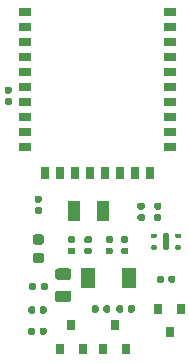
<source format=gbr>
G04 #@! TF.GenerationSoftware,KiCad,Pcbnew,(5.1.10)-1*
G04 #@! TF.CreationDate,2021-05-27T11:01:41+03:00*
G04 #@! TF.ProjectId,parasite,70617261-7369-4746-952e-6b696361645f,1.0.0*
G04 #@! TF.SameCoordinates,Original*
G04 #@! TF.FileFunction,Paste,Top*
G04 #@! TF.FilePolarity,Positive*
%FSLAX46Y46*%
G04 Gerber Fmt 4.6, Leading zero omitted, Abs format (unit mm)*
G04 Created by KiCad (PCBNEW (5.1.10)-1) date 2021-05-27 11:01:41*
%MOMM*%
%LPD*%
G01*
G04 APERTURE LIST*
%ADD10R,1.000000X0.650000*%
%ADD11R,0.650000X1.000000*%
%ADD12R,1.000000X1.800000*%
%ADD13R,0.800000X0.900000*%
%ADD14R,1.300000X1.700000*%
G04 APERTURE END LIST*
G36*
G01*
X59277500Y-38455000D02*
X59622500Y-38455000D01*
G75*
G02*
X59770000Y-38602500I0J-147500D01*
G01*
X59770000Y-38897500D01*
G75*
G02*
X59622500Y-39045000I-147500J0D01*
G01*
X59277500Y-39045000D01*
G75*
G02*
X59130000Y-38897500I0J147500D01*
G01*
X59130000Y-38602500D01*
G75*
G02*
X59277500Y-38455000I147500J0D01*
G01*
G37*
G36*
G01*
X59277500Y-37485000D02*
X59622500Y-37485000D01*
G75*
G02*
X59770000Y-37632500I0J-147500D01*
G01*
X59770000Y-37927500D01*
G75*
G02*
X59622500Y-38075000I-147500J0D01*
G01*
X59277500Y-38075000D01*
G75*
G02*
X59130000Y-37927500I0J147500D01*
G01*
X59130000Y-37632500D01*
G75*
G02*
X59277500Y-37485000I147500J0D01*
G01*
G37*
G36*
G01*
X73050000Y-50025000D02*
X73050000Y-51175000D01*
G75*
G02*
X72925000Y-51300000I-125000J0D01*
G01*
X72675000Y-51300000D01*
G75*
G02*
X72550000Y-51175000I0J125000D01*
G01*
X72550000Y-50025000D01*
G75*
G02*
X72675000Y-49900000I125000J0D01*
G01*
X72925000Y-49900000D01*
G75*
G02*
X73050000Y-50025000I0J-125000D01*
G01*
G37*
G36*
G01*
X71500000Y-51187500D02*
X71500000Y-51012500D01*
G75*
G02*
X71587500Y-50925000I87500J0D01*
G01*
X71962500Y-50925000D01*
G75*
G02*
X72050000Y-51012500I0J-87500D01*
G01*
X72050000Y-51187500D01*
G75*
G02*
X71962500Y-51275000I-87500J0D01*
G01*
X71587500Y-51275000D01*
G75*
G02*
X71500000Y-51187500I0J87500D01*
G01*
G37*
G36*
G01*
X71500000Y-50187500D02*
X71500000Y-50012500D01*
G75*
G02*
X71587500Y-49925000I87500J0D01*
G01*
X71962500Y-49925000D01*
G75*
G02*
X72050000Y-50012500I0J-87500D01*
G01*
X72050000Y-50187500D01*
G75*
G02*
X71962500Y-50275000I-87500J0D01*
G01*
X71587500Y-50275000D01*
G75*
G02*
X71500000Y-50187500I0J87500D01*
G01*
G37*
G36*
G01*
X74100000Y-50012500D02*
X74100000Y-50187500D01*
G75*
G02*
X74012500Y-50275000I-87500J0D01*
G01*
X73637500Y-50275000D01*
G75*
G02*
X73550000Y-50187500I0J87500D01*
G01*
X73550000Y-50012500D01*
G75*
G02*
X73637500Y-49925000I87500J0D01*
G01*
X74012500Y-49925000D01*
G75*
G02*
X74100000Y-50012500I0J-87500D01*
G01*
G37*
G36*
G01*
X74100000Y-51012500D02*
X74100000Y-51187500D01*
G75*
G02*
X74012500Y-51275000I-87500J0D01*
G01*
X73637500Y-51275000D01*
G75*
G02*
X73550000Y-51187500I0J87500D01*
G01*
X73550000Y-51012500D01*
G75*
G02*
X73637500Y-50925000I87500J0D01*
G01*
X74012500Y-50925000D01*
G75*
G02*
X74100000Y-51012500I0J-87500D01*
G01*
G37*
D10*
X60881000Y-42600000D03*
X60881000Y-41330000D03*
X60881000Y-40060000D03*
X60881000Y-38790000D03*
X60881000Y-37520000D03*
X60881000Y-36250000D03*
X60881000Y-34980000D03*
X60881000Y-33710000D03*
X60881000Y-32440000D03*
X60881000Y-31170000D03*
X73119000Y-38790000D03*
X73119000Y-31170000D03*
X73119000Y-37520000D03*
X73119000Y-32440000D03*
X73119000Y-33710000D03*
X73119000Y-34980000D03*
X73119000Y-40060000D03*
X73119000Y-36250000D03*
X73119000Y-41330000D03*
X73119000Y-42600000D03*
D11*
X70150000Y-44819000D03*
X62530000Y-44819000D03*
X68880000Y-44819000D03*
X63800000Y-44819000D03*
X65070000Y-44819000D03*
X66340000Y-44819000D03*
X71420000Y-44819000D03*
X67610000Y-44819000D03*
D12*
X67500000Y-48000000D03*
X65000000Y-48000000D03*
G36*
G01*
X71927500Y-48275000D02*
X72272500Y-48275000D01*
G75*
G02*
X72420000Y-48422500I0J-147500D01*
G01*
X72420000Y-48717500D01*
G75*
G02*
X72272500Y-48865000I-147500J0D01*
G01*
X71927500Y-48865000D01*
G75*
G02*
X71780000Y-48717500I0J147500D01*
G01*
X71780000Y-48422500D01*
G75*
G02*
X71927500Y-48275000I147500J0D01*
G01*
G37*
G36*
G01*
X71927500Y-47305000D02*
X72272500Y-47305000D01*
G75*
G02*
X72420000Y-47452500I0J-147500D01*
G01*
X72420000Y-47747500D01*
G75*
G02*
X72272500Y-47895000I-147500J0D01*
G01*
X71927500Y-47895000D01*
G75*
G02*
X71780000Y-47747500I0J147500D01*
G01*
X71780000Y-47452500D01*
G75*
G02*
X71927500Y-47305000I147500J0D01*
G01*
G37*
G36*
G01*
X70872500Y-47895000D02*
X70527500Y-47895000D01*
G75*
G02*
X70380000Y-47747500I0J147500D01*
G01*
X70380000Y-47452500D01*
G75*
G02*
X70527500Y-47305000I147500J0D01*
G01*
X70872500Y-47305000D01*
G75*
G02*
X71020000Y-47452500I0J-147500D01*
G01*
X71020000Y-47747500D01*
G75*
G02*
X70872500Y-47895000I-147500J0D01*
G01*
G37*
G36*
G01*
X70872500Y-48865000D02*
X70527500Y-48865000D01*
G75*
G02*
X70380000Y-48717500I0J147500D01*
G01*
X70380000Y-48422500D01*
G75*
G02*
X70527500Y-48275000I147500J0D01*
G01*
X70872500Y-48275000D01*
G75*
G02*
X71020000Y-48422500I0J-147500D01*
G01*
X71020000Y-48717500D01*
G75*
G02*
X70872500Y-48865000I-147500J0D01*
G01*
G37*
G36*
G01*
X69472500Y-50725000D02*
X69127500Y-50725000D01*
G75*
G02*
X68980000Y-50577500I0J147500D01*
G01*
X68980000Y-50282500D01*
G75*
G02*
X69127500Y-50135000I147500J0D01*
G01*
X69472500Y-50135000D01*
G75*
G02*
X69620000Y-50282500I0J-147500D01*
G01*
X69620000Y-50577500D01*
G75*
G02*
X69472500Y-50725000I-147500J0D01*
G01*
G37*
G36*
G01*
X69472500Y-51695000D02*
X69127500Y-51695000D01*
G75*
G02*
X68980000Y-51547500I0J147500D01*
G01*
X68980000Y-51252500D01*
G75*
G02*
X69127500Y-51105000I147500J0D01*
G01*
X69472500Y-51105000D01*
G75*
G02*
X69620000Y-51252500I0J-147500D01*
G01*
X69620000Y-51547500D01*
G75*
G02*
X69472500Y-51695000I-147500J0D01*
G01*
G37*
G36*
G01*
X69575000Y-56472500D02*
X69575000Y-56127500D01*
G75*
G02*
X69722500Y-55980000I147500J0D01*
G01*
X70017500Y-55980000D01*
G75*
G02*
X70165000Y-56127500I0J-147500D01*
G01*
X70165000Y-56472500D01*
G75*
G02*
X70017500Y-56620000I-147500J0D01*
G01*
X69722500Y-56620000D01*
G75*
G02*
X69575000Y-56472500I0J147500D01*
G01*
G37*
G36*
G01*
X68605000Y-56472500D02*
X68605000Y-56127500D01*
G75*
G02*
X68752500Y-55980000I147500J0D01*
G01*
X69047500Y-55980000D01*
G75*
G02*
X69195000Y-56127500I0J-147500D01*
G01*
X69195000Y-56472500D01*
G75*
G02*
X69047500Y-56620000I-147500J0D01*
G01*
X68752500Y-56620000D01*
G75*
G02*
X68605000Y-56472500I0J147500D01*
G01*
G37*
G36*
G01*
X61725000Y-58027500D02*
X61725000Y-58372500D01*
G75*
G02*
X61577500Y-58520000I-147500J0D01*
G01*
X61282500Y-58520000D01*
G75*
G02*
X61135000Y-58372500I0J147500D01*
G01*
X61135000Y-58027500D01*
G75*
G02*
X61282500Y-57880000I147500J0D01*
G01*
X61577500Y-57880000D01*
G75*
G02*
X61725000Y-58027500I0J-147500D01*
G01*
G37*
G36*
G01*
X62695000Y-58027500D02*
X62695000Y-58372500D01*
G75*
G02*
X62547500Y-58520000I-147500J0D01*
G01*
X62252500Y-58520000D01*
G75*
G02*
X62105000Y-58372500I0J147500D01*
G01*
X62105000Y-58027500D01*
G75*
G02*
X62252500Y-57880000I147500J0D01*
G01*
X62547500Y-57880000D01*
G75*
G02*
X62695000Y-58027500I0J-147500D01*
G01*
G37*
G36*
G01*
X67490000Y-56472500D02*
X67490000Y-56127500D01*
G75*
G02*
X67637500Y-55980000I147500J0D01*
G01*
X67932500Y-55980000D01*
G75*
G02*
X68080000Y-56127500I0J-147500D01*
G01*
X68080000Y-56472500D01*
G75*
G02*
X67932500Y-56620000I-147500J0D01*
G01*
X67637500Y-56620000D01*
G75*
G02*
X67490000Y-56472500I0J147500D01*
G01*
G37*
G36*
G01*
X66520000Y-56472500D02*
X66520000Y-56127500D01*
G75*
G02*
X66667500Y-55980000I147500J0D01*
G01*
X66962500Y-55980000D01*
G75*
G02*
X67110000Y-56127500I0J-147500D01*
G01*
X67110000Y-56472500D01*
G75*
G02*
X66962500Y-56620000I-147500J0D01*
G01*
X66667500Y-56620000D01*
G75*
G02*
X66520000Y-56472500I0J147500D01*
G01*
G37*
G36*
G01*
X61827500Y-47675000D02*
X62172500Y-47675000D01*
G75*
G02*
X62320000Y-47822500I0J-147500D01*
G01*
X62320000Y-48117500D01*
G75*
G02*
X62172500Y-48265000I-147500J0D01*
G01*
X61827500Y-48265000D01*
G75*
G02*
X61680000Y-48117500I0J147500D01*
G01*
X61680000Y-47822500D01*
G75*
G02*
X61827500Y-47675000I147500J0D01*
G01*
G37*
G36*
G01*
X61827500Y-46705000D02*
X62172500Y-46705000D01*
G75*
G02*
X62320000Y-46852500I0J-147500D01*
G01*
X62320000Y-47147500D01*
G75*
G02*
X62172500Y-47295000I-147500J0D01*
G01*
X61827500Y-47295000D01*
G75*
G02*
X61680000Y-47147500I0J147500D01*
G01*
X61680000Y-46852500D01*
G75*
G02*
X61827500Y-46705000I147500J0D01*
G01*
G37*
G36*
G01*
X62190000Y-54572500D02*
X62190000Y-54227500D01*
G75*
G02*
X62337500Y-54080000I147500J0D01*
G01*
X62632500Y-54080000D01*
G75*
G02*
X62780000Y-54227500I0J-147500D01*
G01*
X62780000Y-54572500D01*
G75*
G02*
X62632500Y-54720000I-147500J0D01*
G01*
X62337500Y-54720000D01*
G75*
G02*
X62190000Y-54572500I0J147500D01*
G01*
G37*
G36*
G01*
X61220000Y-54572500D02*
X61220000Y-54227500D01*
G75*
G02*
X61367500Y-54080000I147500J0D01*
G01*
X61662500Y-54080000D01*
G75*
G02*
X61810000Y-54227500I0J-147500D01*
G01*
X61810000Y-54572500D01*
G75*
G02*
X61662500Y-54720000I-147500J0D01*
G01*
X61367500Y-54720000D01*
G75*
G02*
X61220000Y-54572500I0J147500D01*
G01*
G37*
D13*
X73100000Y-58300000D03*
X72150000Y-56300000D03*
X74050000Y-56300000D03*
G36*
G01*
X62256250Y-50862500D02*
X61743750Y-50862500D01*
G75*
G02*
X61525000Y-50643750I0J218750D01*
G01*
X61525000Y-50206250D01*
G75*
G02*
X61743750Y-49987500I218750J0D01*
G01*
X62256250Y-49987500D01*
G75*
G02*
X62475000Y-50206250I0J-218750D01*
G01*
X62475000Y-50643750D01*
G75*
G02*
X62256250Y-50862500I-218750J0D01*
G01*
G37*
G36*
G01*
X62256250Y-52437500D02*
X61743750Y-52437500D01*
G75*
G02*
X61525000Y-52218750I0J218750D01*
G01*
X61525000Y-51781250D01*
G75*
G02*
X61743750Y-51562500I218750J0D01*
G01*
X62256250Y-51562500D01*
G75*
G02*
X62475000Y-51781250I0J-218750D01*
G01*
X62475000Y-52218750D01*
G75*
G02*
X62256250Y-52437500I-218750J0D01*
G01*
G37*
G36*
G01*
X61725000Y-56227500D02*
X61725000Y-56572500D01*
G75*
G02*
X61577500Y-56720000I-147500J0D01*
G01*
X61282500Y-56720000D01*
G75*
G02*
X61135000Y-56572500I0J147500D01*
G01*
X61135000Y-56227500D01*
G75*
G02*
X61282500Y-56080000I147500J0D01*
G01*
X61577500Y-56080000D01*
G75*
G02*
X61725000Y-56227500I0J-147500D01*
G01*
G37*
G36*
G01*
X62695000Y-56227500D02*
X62695000Y-56572500D01*
G75*
G02*
X62547500Y-56720000I-147500J0D01*
G01*
X62252500Y-56720000D01*
G75*
G02*
X62105000Y-56572500I0J147500D01*
G01*
X62105000Y-56227500D01*
G75*
G02*
X62252500Y-56080000I147500J0D01*
G01*
X62547500Y-56080000D01*
G75*
G02*
X62695000Y-56227500I0J-147500D01*
G01*
G37*
G36*
G01*
X66372500Y-50725000D02*
X66027500Y-50725000D01*
G75*
G02*
X65880000Y-50577500I0J147500D01*
G01*
X65880000Y-50282500D01*
G75*
G02*
X66027500Y-50135000I147500J0D01*
G01*
X66372500Y-50135000D01*
G75*
G02*
X66520000Y-50282500I0J-147500D01*
G01*
X66520000Y-50577500D01*
G75*
G02*
X66372500Y-50725000I-147500J0D01*
G01*
G37*
G36*
G01*
X66372500Y-51695000D02*
X66027500Y-51695000D01*
G75*
G02*
X65880000Y-51547500I0J147500D01*
G01*
X65880000Y-51252500D01*
G75*
G02*
X66027500Y-51105000I147500J0D01*
G01*
X66372500Y-51105000D01*
G75*
G02*
X66520000Y-51252500I0J-147500D01*
G01*
X66520000Y-51547500D01*
G75*
G02*
X66372500Y-51695000I-147500J0D01*
G01*
G37*
G36*
G01*
X64627500Y-51105000D02*
X64972500Y-51105000D01*
G75*
G02*
X65120000Y-51252500I0J-147500D01*
G01*
X65120000Y-51547500D01*
G75*
G02*
X64972500Y-51695000I-147500J0D01*
G01*
X64627500Y-51695000D01*
G75*
G02*
X64480000Y-51547500I0J147500D01*
G01*
X64480000Y-51252500D01*
G75*
G02*
X64627500Y-51105000I147500J0D01*
G01*
G37*
G36*
G01*
X64627500Y-50135000D02*
X64972500Y-50135000D01*
G75*
G02*
X65120000Y-50282500I0J-147500D01*
G01*
X65120000Y-50577500D01*
G75*
G02*
X64972500Y-50725000I-147500J0D01*
G01*
X64627500Y-50725000D01*
G75*
G02*
X64480000Y-50577500I0J147500D01*
G01*
X64480000Y-50282500D01*
G75*
G02*
X64627500Y-50135000I147500J0D01*
G01*
G37*
G36*
G01*
X72625000Y-53627500D02*
X72625000Y-53972500D01*
G75*
G02*
X72477500Y-54120000I-147500J0D01*
G01*
X72182500Y-54120000D01*
G75*
G02*
X72035000Y-53972500I0J147500D01*
G01*
X72035000Y-53627500D01*
G75*
G02*
X72182500Y-53480000I147500J0D01*
G01*
X72477500Y-53480000D01*
G75*
G02*
X72625000Y-53627500I0J-147500D01*
G01*
G37*
G36*
G01*
X73595000Y-53627500D02*
X73595000Y-53972500D01*
G75*
G02*
X73447500Y-54120000I-147500J0D01*
G01*
X73152500Y-54120000D01*
G75*
G02*
X73005000Y-53972500I0J147500D01*
G01*
X73005000Y-53627500D01*
G75*
G02*
X73152500Y-53480000I147500J0D01*
G01*
X73447500Y-53480000D01*
G75*
G02*
X73595000Y-53627500I0J-147500D01*
G01*
G37*
G36*
G01*
X68172500Y-50725000D02*
X67827500Y-50725000D01*
G75*
G02*
X67680000Y-50577500I0J147500D01*
G01*
X67680000Y-50282500D01*
G75*
G02*
X67827500Y-50135000I147500J0D01*
G01*
X68172500Y-50135000D01*
G75*
G02*
X68320000Y-50282500I0J-147500D01*
G01*
X68320000Y-50577500D01*
G75*
G02*
X68172500Y-50725000I-147500J0D01*
G01*
G37*
G36*
G01*
X68172500Y-51695000D02*
X67827500Y-51695000D01*
G75*
G02*
X67680000Y-51547500I0J147500D01*
G01*
X67680000Y-51252500D01*
G75*
G02*
X67827500Y-51105000I147500J0D01*
G01*
X68172500Y-51105000D01*
G75*
G02*
X68320000Y-51252500I0J-147500D01*
G01*
X68320000Y-51547500D01*
G75*
G02*
X68172500Y-51695000I-147500J0D01*
G01*
G37*
X68450000Y-57700000D03*
X69400000Y-59700000D03*
X67500000Y-59700000D03*
X64800000Y-57700000D03*
X65750000Y-59700000D03*
X63850000Y-59700000D03*
G36*
G01*
X64556250Y-53850000D02*
X63643750Y-53850000D01*
G75*
G02*
X63400000Y-53606250I0J243750D01*
G01*
X63400000Y-53118750D01*
G75*
G02*
X63643750Y-52875000I243750J0D01*
G01*
X64556250Y-52875000D01*
G75*
G02*
X64800000Y-53118750I0J-243750D01*
G01*
X64800000Y-53606250D01*
G75*
G02*
X64556250Y-53850000I-243750J0D01*
G01*
G37*
G36*
G01*
X64556250Y-55725000D02*
X63643750Y-55725000D01*
G75*
G02*
X63400000Y-55481250I0J243750D01*
G01*
X63400000Y-54993750D01*
G75*
G02*
X63643750Y-54750000I243750J0D01*
G01*
X64556250Y-54750000D01*
G75*
G02*
X64800000Y-54993750I0J-243750D01*
G01*
X64800000Y-55481250D01*
G75*
G02*
X64556250Y-55725000I-243750J0D01*
G01*
G37*
D14*
X69700000Y-53700000D03*
X66200000Y-53700000D03*
M02*

</source>
